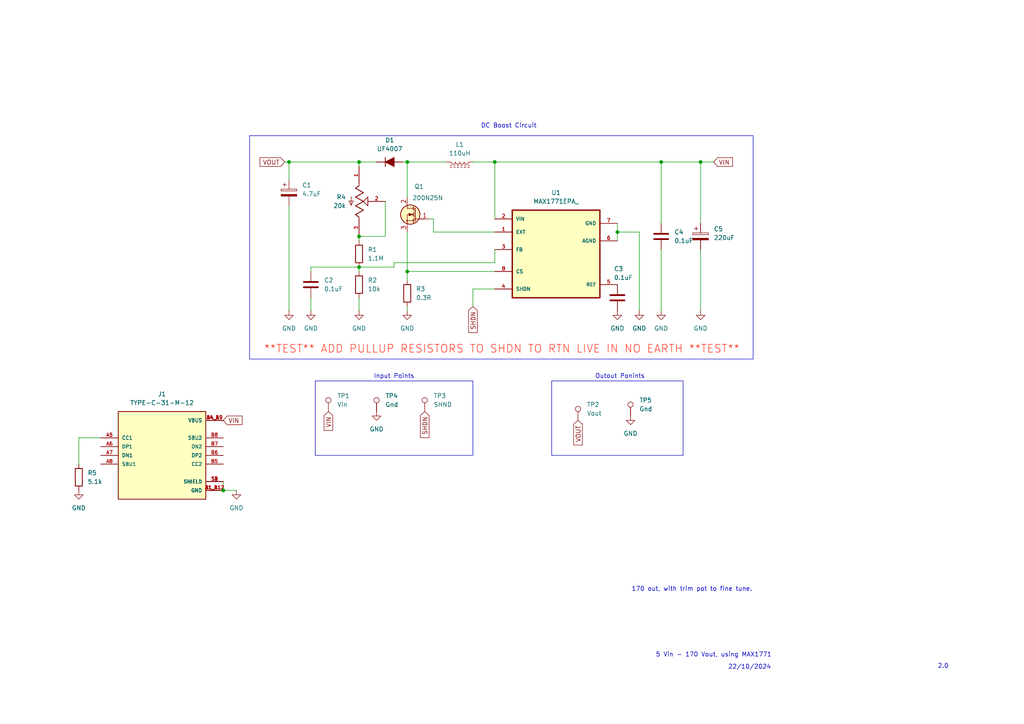
<source format=kicad_sch>
(kicad_sch (version 20231120) (generator "eeschema") (generator_version "8.0")
  (paper "A4")
  (lib_symbols
    (symbol "Connector:TestPoint" (pin_numbers hide) (pin_names (offset 0.762) hide)
      (property "Reference" "TP" (at 0 6.858 0))
      (property "Value" "TestPoint" (at 0 5.08 0))
      (symbol "TestPoint_0_1"
        (circle (center 0 3.302) (radius 0.762))
      )
      (symbol "TestPoint_1_1"
        (pin passive line (at 0 0 90) (length 2.54) (name "1") (number "1"))
      )
    )
    (symbol "Device:L_Ferrite" (pin_numbers hide) (pin_names (offset 1.016) hide)
      (property "Reference" "L" (at -1.27 0 90))
      (property "Value" "L_Ferrite" (at 2.794 0 90))
      (symbol "L_Ferrite_0_1"
        (arc (start 0 -2.54) (mid 0.6323 -1.905) (end 0 -1.27))
        (arc (start 0 -1.27) (mid 0.6323 -0.635) (end 0 0))
        (polyline (pts (xy 1.016 -2.794) (xy 1.016 -2.286)))
        (polyline (pts (xy 1.016 -1.778) (xy 1.016 -1.27)))
        (polyline (pts (xy 1.016 -0.762) (xy 1.016 -0.254)))
        (polyline (pts (xy 1.016 0.254) (xy 1.016 0.762)))
        (polyline (pts (xy 1.016 1.27) (xy 1.016 1.778)))
        (polyline (pts (xy 1.016 2.286) (xy 1.016 2.794)))
        (polyline (pts (xy 1.524 -2.286) (xy 1.524 -2.794)))
        (polyline (pts (xy 1.524 -1.27) (xy 1.524 -1.778)))
        (polyline (pts (xy 1.524 -0.254) (xy 1.524 -0.762)))
        (polyline (pts (xy 1.524 0.762) (xy 1.524 0.254)))
        (polyline (pts (xy 1.524 1.778) (xy 1.524 1.27)))
        (polyline (pts (xy 1.524 2.794) (xy 1.524 2.286)))
        (arc (start 0 0) (mid 0.6323 0.635) (end 0 1.27))
        (arc (start 0 1.27) (mid 0.6323 1.905) (end 0 2.54))
      )
      (symbol "L_Ferrite_1_1"
        (pin passive line (at 0 3.81 270) (length 1.27) (name "1") (number "1"))
        (pin passive line (at 0 -3.81 90) (length 1.27) (name "2") (number "2"))
      )
    )
    (symbol "Device:R" (pin_numbers hide) (pin_names (offset 0))
      (property "Reference" "R" (at 2.032 0 90))
      (property "Value" "R" (at 0 0 90))
      (symbol "R_0_1"
        (rectangle (start -1.016 -2.54) (end 1.016 2.54) (stroke (width 0.254)))
      )
      (symbol "R_1_1"
        (pin passive line (at 0 3.81 270) (length 1.27) (name "~") (number "1"))
        (pin passive line (at 0 -3.81 90) (length 1.27) (name "~") (number "2"))
      )
    )
    (symbol "MAX1771EPA_:MAX1771EPA_" (pin_names (offset 1.016))
      (property "Reference" "U2" (at 0 17.78 0))
      (property "Value" "MAX1771EPA_" (at 0 15.24 0))
      (symbol "MAX1771EPA__0_0"
        (rectangle (start -12.7 12.7) (end 12.7 -12.7) (stroke (width 0.41)) (fill (type background)))
      )
      (symbol "MAX1771EPA__1_0"
        (pin output line (at -17.78 6.35 0) (length 5.08) (name "EXT") (number "1"))
        (pin output line (at -17.78 10.16 0) (length 5.08) (name "VIN") (number "2"))
        (pin output line (at -17.78 1.27 0) (length 5.08) (name "FB") (number "3"))
        (pin output line (at -17.78 -10.16 0) (length 5.08) (name "SHDN") (number "4"))
        (pin output line (at 17.78 -8.89 180) (length 5.08) (name "REF") (number "5"))
        (pin output line (at 17.78 3.81 180) (length 5.08) (name "AGND") (number "6"))
        (pin output line (at 17.78 8.89 180) (length 5.08) (name "GND") (number "7"))
        (pin output line (at -17.78 -5.08 0) (length 5.08) (name "CS") (number "8"))
      )
    )
    (symbol "PCM_Capacitor_AKL:CP_Radial_D10.0mm_P5.00mm" (pin_numbers hide) (pin_names (offset 0.254))
      (property "Reference" "C" (at 0.635 2.54 0))
      (property "Value" "CP_Radial_D10.0mm_P5.00mm" (at 0.635 -2.54 0))
      (symbol "CP_Radial_D10.0mm_P5.00mm_0_1"
        (rectangle (start -2.286 1.016) (end 2.286 0.508))
        (polyline (pts (xy -1.778 2.286) (xy -0.762 2.286)))
        (polyline (pts (xy -1.27 2.794) (xy -1.27 1.778)))
        (rectangle (start 2.286 -0.508) (end -2.286 -1.016) (fill (type outline)))
      )
      (symbol "CP_Radial_D10.0mm_P5.00mm_0_2"
        (polyline (pts (xy -2.54 -2.54) (xy -0.6604 -0.6604)))
        (polyline (pts (xy 0 2.032) (xy 1.016 2.032)))
        (polyline (pts (xy 0.508 2.54) (xy 0.508 1.524)))
        (polyline (pts (xy 0.6604 0.6604) (xy 2.54 2.54)))
        (polyline (pts (xy -1.8796 0.6096) (xy 0.6096 -1.8796) (xy 0.9652 -1.524) (xy -1.524 0.9652) (xy -1.8796 0.6096)) (fill (type outline)))
        (polyline (pts (xy -0.9652 1.524) (xy 1.524 -0.9652) (xy 1.8796 -0.6096) (xy -0.6096 1.8796) (xy -0.9652 1.524)))
      )
      (symbol "CP_Radial_D10.0mm_P5.00mm_1_1"
        (pin passive line (at 0 3.81 270) (length 2.794) (name "~") (number "1"))
        (pin passive line (at 0 -3.81 90) (length 2.794) (name "~") (number "2"))
      )
      (symbol "CP_Radial_D10.0mm_P5.00mm_1_2"
        (pin passive line (at 2.54 2.54 270) (length 0) (name "~") (number "1"))
        (pin passive line (at -2.54 -2.54 90) (length 0) (name "~") (number "2"))
      )
    )
    (symbol "PCM_Capacitor_AKL:C_0805" (pin_numbers hide) (pin_names (offset 0.254))
      (property "Reference" "C" (at 0.635 2.54 0))
      (property "Value" "C_0805" (at 0.635 -2.54 0))
      (symbol "C_0805_0_1"
        (polyline (pts (xy -2.032 -0.762) (xy 2.032 -0.762)) (stroke (width 0.508)))
        (polyline (pts (xy -2.032 0.762) (xy 2.032 0.762)) (stroke (width 0.508)))
      )
      (symbol "C_0805_0_2"
        (polyline (pts (xy -2.54 -2.54) (xy -0.381 -0.381)))
        (polyline (pts (xy -0.508 -0.508) (xy -1.651 0.635)) (stroke (width 0.508)))
        (polyline (pts (xy -0.508 -0.508) (xy 0.635 -1.651)) (stroke (width 0.508)))
        (polyline (pts (xy 0.381 0.381) (xy 2.54 2.54)))
        (polyline (pts (xy 0.508 0.508) (xy -0.635 1.651)) (stroke (width 0.508)))
        (polyline (pts (xy 0.508 0.508) (xy 1.651 -0.635)) (stroke (width 0.508)))
      )
      (symbol "C_0805_1_1"
        (pin passive line (at 0 3.81 270) (length 2.794) (name "~") (number "1"))
        (pin passive line (at 0 -3.81 90) (length 2.794) (name "~") (number "2"))
      )
      (symbol "C_0805_1_2"
        (pin passive line (at 2.54 2.54 270) (length 0) (name "~") (number "1"))
        (pin passive line (at -2.54 -2.54 90) (length 0) (name "~") (number "2"))
      )
    )
    (symbol "PCM_Diode_AKL:UF4007" (pin_numbers hide) (pin_names (offset 1.016) hide)
      (property "Reference" "D" (at 0 5.08 0))
      (property "Value" "UF4007" (at 0 2.54 0))
      (symbol "UF4007_0_1"
        (polyline (pts (xy -1.27 0) (xy 1.27 0)))
        (polyline (pts (xy 1.27 1.27) (xy 1.27 -1.27)) (stroke (width 0.254)))
        (polyline (pts (xy -1.27 1.27) (xy -1.27 -1.27) (xy 1.27 0) (xy -1.27 1.27)) (stroke (width 0.254)) (fill (type outline)))
      )
      (symbol "UF4007_0_2"
        (polyline (pts (xy -2.54 -2.54) (xy 2.54 2.54)))
        (polyline (pts (xy 0 1.778) (xy 1.778 0)) (stroke (width 0.254)))
        (polyline (pts (xy -0.889 -0.889) (xy -1.778 0) (xy 0.889 0.889) (xy 0 -1.778) (xy -0.889 -0.889)) (stroke (width 0.254)) (fill (type outline)))
      )
      (symbol "UF4007_1_1"
        (pin passive line (at 3.81 0 180) (length 2.54) (name "K") (number "1"))
        (pin passive line (at -3.81 0 0) (length 2.54) (name "A") (number "2"))
      )
      (symbol "UF4007_1_2"
        (pin passive line (at 2.54 2.54 180) (length 0) (name "K") (number "1"))
        (pin passive line (at -2.54 -2.54 0) (length 0) (name "A") (number "2"))
      )
    )
    (symbol "PCM_Transistor_MOSFET_AKL:IRF640" (pin_names hide)
      (property "Reference" "Q" (at 5.08 1.27 0))
      (property "Value" "IRF640" (at 5.08 -1.27 0))
      (symbol "IRF640_0_1"
        (polyline (pts (xy 0.254 -1.27) (xy -2.54 -1.27)))
        (polyline (pts (xy 0.254 1.905) (xy 0.254 -1.905)) (stroke (width 0.254)))
        (polyline (pts (xy 0.762 -1.778) (xy 2.54 -1.778)))
        (polyline (pts (xy 0.762 -1.27) (xy 0.762 -2.286)) (stroke (width 0.254)))
        (polyline (pts (xy 0.762 0.508) (xy 0.762 -0.508)) (stroke (width 0.254)))
        (polyline (pts (xy 0.762 2.286) (xy 0.762 1.27)) (stroke (width 0.254)))
        (polyline (pts (xy 2.54 1.778) (xy 0.762 1.778)))
        (polyline (pts (xy 2.54 2.54) (xy 2.54 1.778)))
        (polyline (pts (xy 2.54 -2.54) (xy 2.54 0) (xy 0.762 0)))
        (polyline (pts (xy 1.016 0) (xy 2.032 0.381) (xy 2.032 -0.381) (xy 1.016 0)) (fill (type outline)))
        (circle (center 1.651 0) (radius 2.794) (stroke (width 0.254)) (fill (type background)))
        (circle (center 2.54 -1.778) (radius 0.1778) (fill (type outline)))
      )
      (symbol "IRF640_1_1"
        (pin input line (at -3.81 -1.27 0) (length 2.54) (name "G") (number "1"))
        (pin passive line (at 2.54 5.08 270) (length 2.54) (name "D") (number "2"))
        (pin passive line (at 2.54 -5.08 90) (length 2.54) (name "S") (number "3"))
      )
    )
    (symbol "TYPE-C-31-M-12:TYPE-C-31-M-12" (pin_names (offset 1.016))
      (property "Reference" "J" (at -12.7 13.462 0))
      (property "Value" "TYPE-C-31-M-12" (at -12.7 -13.462 0))
      (symbol "TYPE-C-31-M-12_0_0"
        (rectangle (start -12.7 -12.7) (end 12.7 12.7) (stroke (width 0.254)) (fill (type background)))
        (pin power_in line (at 17.78 -10.16 180) (length 5.08) (name "GND") (number "A1_B12"))
        (pin power_in line (at 17.78 10.16 180) (length 5.08) (name "VBUS") (number "A4_B9"))
        (pin bidirectional line (at -17.78 5.08 0) (length 5.08) (name "CC1") (number "A5"))
        (pin bidirectional line (at -17.78 2.54 0) (length 5.08) (name "DP1") (number "A6"))
        (pin bidirectional line (at -17.78 0 0) (length 5.08) (name "DN1") (number "A7"))
        (pin bidirectional line (at -17.78 -2.54 0) (length 5.08) (name "SBU1") (number "A8"))
        (pin power_in line (at 17.78 -10.16 180) (length 5.08) (name "GND") (number "B1_A12"))
        (pin power_in line (at 17.78 10.16 180) (length 5.08) (name "VBUS") (number "B4_A9"))
        (pin bidirectional line (at 17.78 -2.54 180) (length 5.08) (name "CC2") (number "B5"))
        (pin bidirectional line (at 17.78 0 180) (length 5.08) (name "DP2") (number "B6"))
        (pin bidirectional line (at 17.78 2.54 180) (length 5.08) (name "DN2") (number "B7"))
        (pin bidirectional line (at 17.78 5.08 180) (length 5.08) (name "SBU2") (number "B8"))
        (pin passive line (at 17.78 -7.62 180) (length 5.08) (name "SHIELD") (number "S1"))
        (pin passive line (at 17.78 -7.62 180) (length 5.08) (name "SHIELD") (number "S2"))
        (pin passive line (at 17.78 -7.62 180) (length 5.08) (name "SHIELD") (number "S3"))
        (pin passive line (at 17.78 -7.62 180) (length 5.08) (name "SHIELD") (number "S4"))
      )
    )
    (symbol "Trim Pot (TC33X-2-302E):TC33X-2-302E" (pin_names (offset 1.016))
      (property "Reference" "R" (at 3.0511 3.8139 0))
      (property "Value" "TC33X-2-302E" (at 2.5421 -5.0842 0))
      (symbol "TC33X-2-302E_0_0"
        (polyline (pts (xy -4.572 0) (xy -5.08 0)) (stroke (width 0.1524)))
        (polyline (pts (xy -3.81 -1.016) (xy -4.572 0)) (stroke (width 0.254)))
        (polyline (pts (xy -2.54 1.27) (xy -3.81 -1.016)) (stroke (width 0.254)))
        (polyline (pts (xy -1.397 -2.286) (xy 1.143 -2.286)) (stroke (width 0.1524)))
        (polyline (pts (xy -1.27 -1.016) (xy -2.54 1.27)) (stroke (width 0.254)))
        (polyline (pts (xy -1.27 2.54) (xy 1.27 2.54)) (stroke (width 0.2032)))
        (polyline (pts (xy -0.127 -2.921) (xy -0.127 -1.651)) (stroke (width 0.1524)))
        (polyline (pts (xy -0.127 -1.651) (xy 1.143 -2.286)) (stroke (width 0.1524)))
        (polyline (pts (xy 0 1.27) (xy -1.27 -1.016)) (stroke (width 0.254)))
        (polyline (pts (xy 0 1.27) (xy -1.27 2.54)) (stroke (width 0.2032)))
        (polyline (pts (xy 1.143 -2.286) (xy -0.127 -2.921)) (stroke (width 0.1524)))
        (polyline (pts (xy 1.27 -1.016) (xy 0 1.27)) (stroke (width 0.254)))
        (polyline (pts (xy 1.27 2.54) (xy 0 1.27)) (stroke (width 0.2032)))
        (polyline (pts (xy 2.54 1.27) (xy 1.27 -1.016)) (stroke (width 0.254)))
        (polyline (pts (xy 3.81 -1.016) (xy 2.54 1.27)) (stroke (width 0.254)))
        (polyline (pts (xy 4.572 0) (xy 3.81 -1.016)) (stroke (width 0.254)))
        (polyline (pts (xy 5.08 0) (xy 4.572 0)) (stroke (width 0.1524)))
        (pin passive line (at -10.16 0 0) (length 5.08) (name "~") (number "1"))
        (pin passive line (at 0 7.62 270) (length 5.08) (name "~") (number "2"))
        (pin passive line (at 10.16 0 180) (length 5.08) (name "~") (number "3"))
      )
    )
    (symbol "power:GND" (power) (pin_numbers hide) (pin_names (offset 0) hide)
      (property "Value" "GND" (at 0 -3.81 0))
      (symbol "GND_0_1"
        (polyline (pts (xy 0 0) (xy 0 -1.27) (xy 1.27 -1.27) (xy 0 -2.54) (xy -1.27 -1.27) (xy 0 -1.27)))
      )
      (symbol "GND_1_1"
        (pin power_in line (at 0 0 270) (length 0) (name "~") (number "1"))
      )
    )
  )
  (junction (at 143.51 46.99))
  (junction (at 64.77 142.24))
  (junction (at 191.77 46.99))
  (junction (at 104.14 77.47))
  (junction (at 118.11 46.99))
  (junction (at 104.14 46.99))
  (junction (at 83.82 46.99))
  (junction (at 104.14 68.58))
  (junction (at 118.11 78.74))
  (junction (at 179.07 67.31))
  (junction (at 203.2 46.99))
  (wire (pts (xy 143.51 76.2) (xy 114.3 76.2)))
  (wire (pts (xy 114.3 77.47) (xy 104.14 77.47)))
  (wire (pts (xy 90.17 78.74) (xy 90.17 77.47)))
  (wire (pts (xy 203.2 64.77) (xy 203.2 46.99)))
  (wire (pts (xy 22.86 127) (xy 29.21 127)))
  (wire (pts (xy 179.07 67.31) (xy 179.07 69.85)))
  (wire (pts (xy 104.14 68.58) (xy 104.14 69.85)))
  (wire (pts (xy 143.51 67.31) (xy 125.73 67.31)))
  (wire (pts (xy 203.2 72.39) (xy 203.2 90.17)))
  (wire (pts (xy 143.51 78.74) (xy 118.11 78.74)))
  (wire (pts (xy 185.42 67.31) (xy 179.07 67.31)))
  (wire (pts (xy 104.14 48.26) (xy 104.14 46.99)))
  (wire (pts (xy 125.73 63.5) (xy 124.46 63.5)))
  (wire (pts (xy 118.11 90.17) (xy 118.11 88.9)))
  (wire (pts (xy 83.82 52.07) (xy 83.82 46.99)))
  (wire (pts (xy 90.17 86.36) (xy 90.17 90.17)))
  (wire (pts (xy 114.3 76.2) (xy 114.3 77.47)))
  (wire (pts (xy 143.51 83.82) (xy 137.16 83.82)))
  (wire (pts (xy 143.51 76.2) (xy 143.51 72.39)))
  (wire (pts (xy 125.73 67.31) (xy 125.73 63.5)))
  (wire (pts (xy 104.14 77.47) (xy 104.14 78.74)))
  (wire (pts (xy 191.77 64.77) (xy 191.77 46.99)))
  (wire (pts (xy 185.42 90.17) (xy 185.42 67.31)))
  (wire (pts (xy 83.82 59.69) (xy 83.82 90.17)))
  (wire (pts (xy 137.16 46.99) (xy 143.51 46.99)))
  (wire (pts (xy 143.51 46.99) (xy 191.77 46.99)))
  (wire (pts (xy 104.14 86.36) (xy 104.14 90.17)))
  (wire (pts (xy 64.77 139.7) (xy 64.77 142.24)))
  (wire (pts (xy 118.11 81.28) (xy 118.11 78.74)))
  (wire (pts (xy 191.77 46.99) (xy 203.2 46.99)))
  (wire (pts (xy 104.14 46.99) (xy 109.22 46.99)))
  (wire (pts (xy 22.86 134.62) (xy 22.86 127)))
  (wire (pts (xy 111.76 58.42) (xy 111.76 68.58)))
  (wire (pts (xy 118.11 67.31) (xy 118.11 78.74)))
  (wire (pts (xy 118.11 46.99) (xy 129.54 46.99)))
  (wire (pts (xy 179.07 64.77) (xy 179.07 67.31)))
  (wire (pts (xy 143.51 63.5) (xy 143.51 46.99)))
  (wire (pts (xy 83.82 46.99) (xy 104.14 46.99)))
  (wire (pts (xy 118.11 57.15) (xy 118.11 46.99)))
  (wire (pts (xy 90.17 77.47) (xy 104.14 77.47)))
  (wire (pts (xy 137.16 83.82) (xy 137.16 88.9)))
  (wire (pts (xy 191.77 90.17) (xy 191.77 72.39)))
  (wire (pts (xy 82.55 46.99) (xy 83.82 46.99)))
  (wire (pts (xy 111.76 68.58) (xy 104.14 68.58)))
  (wire (pts (xy 116.84 46.99) (xy 118.11 46.99)))
  (wire (pts (xy 207.01 46.99) (xy 203.2 46.99)))
  (wire (pts (xy 68.58 142.24) (xy 64.77 142.24)))
  (rectangle (start 72.39 39.37) (end 218.44 104.14))
  (rectangle (start 160.02 110.49) (end 198.12 132.08))
  (rectangle (start 91.44 110.49) (end 137.16 132.08))
  (text "170 out, with trim pot to fine tune. " (at 201.168 170.942 0) (effects (font (size 1.27 1.27))))
  (text "2.0\n" (at 273.558 193.294 0) (effects (font (size 1.27 1.27))))
  (text "Input Points" (at 114.3 109.22 0) (effects (font (size 1.27 1.27))))
  (text "DC Boost Circuit" (at 147.574 36.576 0) (effects (font (size 1.27 1.27))))
  (text "Outout Ponints" (at 179.832 109.22 0) (effects (font (size 1.27 1.27))))
  (text "5 Vin - 170 Vout, using MAX1771\n" (at 207.01 189.992 0) (effects (font (size 1.27 1.27))))
  (text "22/10/2024" (at 217.424 193.548 0) (effects (font (size 1.27 1.27))))
  (text "**TEST** ADD PULLUP RESISTORS TO SHDN TO RTN LIVE IN NO EARTH **TEST**\n" (at 145.542 101.346 0) (effects (font (size 2.286 2.286))))
  (global_label "VIN" (shape input) (at 64.77 121.92 0) (property "Intersheetrefs" "${INTERSHEET_REFS}" (effects (hide yes))))
  (global_label "VOUT" (shape input) (at 167.64 121.92 270) (property "Intersheetrefs" "${INTERSHEET_REFS}" (effects (hide yes))))
  (global_label "VIN" (shape input) (at 95.25 119.38 270) (property "Intersheetrefs" "${INTERSHEET_REFS}" (effects (hide yes))))
  (global_label "SHDN" (shape input) (at 123.19 119.38 270) (property "Intersheetrefs" "${INTERSHEET_REFS}" (effects (hide yes))))
  (global_label "SHDN" (shape input) (at 137.16 88.9 270) (property "Intersheetrefs" "${INTERSHEET_REFS}" (effects (hide yes))))
  (global_label "VIN" (shape input) (at 207.01 46.99 0) (property "Intersheetrefs" "${INTERSHEET_REFS}" (effects (hide yes))))
  (global_label "VOUT" (shape input) (at 82.55 46.99 180) (property "Intersheetrefs" "${INTERSHEET_REFS}" (effects (hide yes))))
  (symbol (lib_id "power:GND") (at 182.88 120.65 0) (unit 1)
    (property "Reference" "#PWR010" (effects (hide yes)))
    (property "Value" "GND" (at 182.88 125.73 0))
    (property "Description" "Power symbol creates a global label with name \"GND\" , ground" (effects (hide yes)))
  )
  (symbol (lib_id "power:GND") (at 22.86 142.24 0) (unit 1)
    (property "Reference" "#PWR012" (effects (hide yes)))
    (property "Value" "GND" (at 22.86 147.32 0))
    (property "Description" "Power symbol creates a global label with name \"GND\" , ground" (effects (hide yes)))
  )
  (symbol (lib_id "Connector:TestPoint") (at 109.22 119.38 0) (unit 1)
    (property "Reference" "TP4" (at 111.76 114.8079 0) (effects (justify left)))
    (property "Value" "Gnd" (at 111.76 117.3479 0) (effects (justify left)))
    (property "Footprint" "Connector_PinHeader_1.00mm:PinHeader_1x01_P1.00mm_Vertical" (effects (hide yes)))
    (property "Description" "test point" (effects (hide yes)))
  )
  (symbol (lib_id "power:GND") (at 68.58 142.24 0) (unit 1)
    (property "Reference" "#PWR011" (effects (hide yes)))
    (property "Value" "GND" (at 68.58 147.32 0))
    (property "Description" "Power symbol creates a global label with name \"GND\" , ground" (effects (hide yes)))
  )
  (symbol (lib_id "PCM_Transistor_MOSFET_AKL:IRF640") (at 120.65 62.23 0) (mirror y) (unit 1)
    (property "Reference" "Q1" (at 122.936 54.102 0) (effects (justify left)))
    (property "Value" "200N25N" (at 128.524 57.404 0) (effects (justify left)))
    (property "Footprint" "PCM_Package_TO_SOT_THT_AKL:TO-220-3_Vertical_GDS" (effects (hide yes)))
    (property "Datasheet" "https://www.tme.eu/Document/5b02d89445db0cd125a3a98f98b3f499/IRF640PBF.pdf" (effects (hide yes)))
    (property "Description" "TO-220 N-MOSFET enchancement mode transistor, 200V, 18A, 125W, Alternate KiCAD Library" (effects (hide yes)))
  )
  (symbol (lib_id "Device:R") (at 118.11 85.09 0) (unit 1)
    (property "Reference" "R3" (at 120.65 83.8199 0) (effects (justify left)))
    (property "Value" "0.3R" (at 120.65 86.3599 0) (effects (justify left)))
    (property "Footprint" "Resistor_SMD:R_1206_3216Metric_Pad1.30x1.75mm_HandSolder" (effects (hide yes)))
    (property "Description" "Resistor" (effects (hide yes)))
  )
  (symbol (lib_id "power:GND") (at 203.2 90.17 0) (unit 1)
    (property "Reference" "#PWR08" (effects (hide yes)))
    (property "Value" "GND" (at 203.2 95.25 0))
    (property "Description" "Power symbol creates a global label with name \"GND\" , ground" (effects (hide yes)))
  )
  (symbol (lib_id "PCM_Diode_AKL:UF4007") (at 113.03 46.99 180) (unit 1)
    (property "Reference" "D1" (at 113.03 40.64 0))
    (property "Value" "UF4007" (at 113.03 43.18 0))
    (property "Footprint" "PCM_Diode_THT_AKL:D_DO-41_SOD81_P10.16mm_Horizontal" (effects (hide yes)))
    (property "Datasheet" "https://www.tme.eu/Document/21b076f52097b84d01d00a07072ed50d/uf4001.pdf" (effects (hide yes)))
    (property "Description" "DO-41 Diode, Ultrafast Rectifier, 1000V, 1A, 75ns, Alternate KiCad Library" (effects (hide yes)))
  )
  (symbol (lib_id "Device:L_Ferrite") (at 133.35 46.99 270) (unit 1)
    (property "Reference" "L1" (at 133.35 41.91 90))
    (property "Value" "110uH" (at 133.35 44.45 90))
    (property "Footprint" "Inductor_SMD:L_Wuerth_HCI-1335" (effects (hide yes)))
    (property "Description" "Inductor with ferrite core" (effects (hide yes)))
    (property "Field5" "https://www.digikey.co.uk/en/products/detail/bourns-inc./SRR1280-101M/2127046?utm_adgroup=General&utm_source=google&utm_medium=cpc&utm_campaign=PMax%20Shopping_Product_Zombie%20SKUs&utm_term=&productid=2127046&utm_content=General&utm_id=go_cmp-17923835716_adg-_ad-__dev-c_ext-_prd-2127046_sig-Cj0KCQjwmt24BhDPARIsAJFYKk2sjTLdbjpP4Nc4HA8DP9B9_A7gIcFAMewWXTjL2nu11y68m3Tgm6UaAtpAEALw_wcB&gad_source=1&gclid=Cj0KCQjwmt24BhDPARIsAJFYKk2sjTLdbjpP4Nc4HA8DP9B9_A7gIcFAMewWXTjL2nu11y68m3Tgm6UaAtpAEALw_wcB" (effects (hide yes)))
  )
  (symbol (lib_id "Connector:TestPoint") (at 95.25 119.38 0) (unit 1)
    (property "Reference" "TP1" (at 97.79 114.8079 0) (effects (justify left)))
    (property "Value" "Vin" (at 97.79 117.3479 0) (effects (justify left)))
    (property "Footprint" "Connector_PinHeader_1.00mm:PinHeader_1x01_P1.00mm_Vertical" (effects (hide yes)))
    (property "Description" "test point" (effects (hide yes)))
  )
  (symbol (lib_id "power:GND") (at 104.14 90.17 0) (unit 1)
    (property "Reference" "#PWR03" (effects (hide yes)))
    (property "Value" "GND" (at 104.14 95.25 0))
    (property "Description" "Power symbol creates a global label with name \"GND\" , ground" (effects (hide yes)))
  )
  (symbol (lib_id "power:GND") (at 191.77 90.17 0) (unit 1)
    (property "Reference" "#PWR07" (effects (hide yes)))
    (property "Value" "GND" (at 191.77 95.25 0))
    (property "Description" "Power symbol creates a global label with name \"GND\" , ground" (effects (hide yes)))
  )
  (symbol (lib_id "PCM_Capacitor_AKL:C_0805") (at 191.77 68.58 0) (unit 1)
    (property "Reference" "C4" (at 195.58 67.3099 0) (effects (justify left)))
    (property "Value" "0.1uF" (at 195.58 69.8499 0) (effects (justify left)))
    (property "Footprint" "PCM_Capacitor_SMD_AKL:C_1206_3216Metric_Pad1.42x1.75mm_HandSolder" (effects (hide yes)))
    (property "Description" "SMD 0805 MLCC capacitor, Alternate KiCad Library" (effects (hide yes)))
  )
  (symbol (lib_id "power:GND") (at 83.82 90.17 0) (unit 1)
    (property "Reference" "#PWR01" (effects (hide yes)))
    (property "Value" "GND" (at 83.82 95.25 0))
    (property "Description" "Power symbol creates a global label with name \"GND\" , ground" (effects (hide yes)))
  )
  (symbol (lib_id "Device:R") (at 22.86 138.43 0) (unit 1)
    (property "Reference" "R5" (at 25.4 137.1599 0) (effects (justify left)))
    (property "Value" "5.1k" (at 25.4 139.6999 0) (effects (justify left)))
    (property "Footprint" "Resistor_SMD:R_1206_3216Metric_Pad1.30x1.75mm_HandSolder" (effects (hide yes)))
    (property "Description" "Resistor" (effects (hide yes)))
  )
  (symbol (lib_id "PCM_Capacitor_AKL:C_0805") (at 179.07 86.36 0) (unit 1)
    (property "Reference" "C3" (at 178.054 77.978 0) (effects (justify left)))
    (property "Value" "0.1uF" (at 178.054 80.518 0) (effects (justify left)))
    (property "Footprint" "PCM_Capacitor_SMD_AKL:C_1206_3216Metric_Pad1.42x1.75mm_HandSolder" (effects (hide yes)))
    (property "Description" "SMD 0805 MLCC capacitor, Alternate KiCad Library" (effects (hide yes)))
  )
  (symbol (lib_id "power:GND") (at 185.42 90.17 0) (unit 1)
    (property "Reference" "#PWR06" (effects (hide yes)))
    (property "Value" "GND" (at 185.42 95.25 0))
    (property "Description" "Power symbol creates a global label with name \"GND\" , ground" (effects (hide yes)))
  )
  (symbol (lib_id "Connector:TestPoint") (at 167.64 121.92 0) (unit 1)
    (property "Reference" "TP2" (at 170.18 117.3479 0) (effects (justify left)))
    (property "Value" "Vout" (at 170.18 119.8879 0) (effects (justify left)))
    (property "Footprint" "Connector_PinHeader_1.00mm:PinHeader_1x01_P1.00mm_Vertical" (effects (hide yes)))
    (property "Description" "test point" (effects (hide yes)))
  )
  (symbol (lib_id "PCM_Capacitor_AKL:CP_Radial_D10.0mm_P5.00mm") (at 83.82 55.88 0) (unit 1)
    (property "Reference" "C1" (at 87.63 53.7209 0) (effects (justify left)))
    (property "Value" "4.7uF" (at 87.63 56.2609 0) (effects (justify left)))
    (property "Footprint" "Capacitor_THT:CP_Radial_D6.3mm_P2.50mm" (effects (hide yes)))
    (property "Description" "THT Electrolytic Capacitor, 10.0mm Diameter, 5.00mm Pitch, European Symbol, Alternate KiCad Library" (effects (hide yes)))
  )
  (symbol (lib_id "TYPE-C-31-M-12:TYPE-C-31-M-12") (at 46.99 132.08 0) (unit 1)
    (property "Reference" "J1" (at 46.99 114.3 0))
    (property "Value" "TYPE-C-31-M-12" (at 46.99 116.84 0))
    (property "Footprint" "TYPE-C-31-M-12:HRO_TYPE-C-31-M-12" (effects (hide yes)))
    (property "MF" "HRO Electronics Co., Ltd." (effects (hide yes)))
    (property "MAXIMUM_PACKAGE_HEIGHT" "3.26 mm" (effects (hide yes)))
    (property "Package" "Package" (effects (hide yes)))
    (property "Price" "None" (effects (hide yes)))
    (property "Check_prices" "https://www.snapeda.com/parts/TYPE-C-31-M-12/HRO+Electronics+Co.%252C+Ltd./view-part/?ref=eda" (effects (hide yes)))
    (property "STANDARD" "Manufacturer Recommendations" (effects (hide yes)))
    (property "PARTREV" "2020.12.08" (effects (hide yes)))
    (property "SnapEDA_Link" "https://www.snapeda.com/parts/TYPE-C-31-M-12/HRO+Electronics+Co.%252C+Ltd./view-part/?ref=snap" (effects (hide yes)))
    (property "MP" "TYPE-C-31-M-12" (effects (hide yes)))
    (property "Description_1" "\nUSB Connectors 24 Receptacle 1 8.94*7.3mm RoHS\n" (effects (hide yes)))
    (property "SNAPEDA_PN" "TYPE-C-31-M-12" (effects (hide yes)))
    (property "Availability" "Not in stock" (effects (hide yes)))
    (property "MANUFACTURER" "HRO Electronics Co., Ltd." (effects (hide yes)))
  )
  (symbol (lib_id "Device:R") (at 104.14 73.66 0) (unit 1)
    (property "Reference" "R1" (at 106.68 72.3899 0) (effects (justify left)))
    (property "Value" "1.1M" (at 106.68 74.9299 0) (effects (justify left)))
    (property "Footprint" "Resistor_SMD:R_1206_3216Metric_Pad1.30x1.75mm_HandSolder" (effects (hide yes)))
    (property "Description" "Resistor" (effects (hide yes)))
  )
  (symbol (lib_id "power:GND") (at 90.17 90.17 0) (unit 1)
    (property "Reference" "#PWR02" (effects (hide yes)))
    (property "Value" "GND" (at 90.17 95.25 0))
    (property "Description" "Power symbol creates a global label with name \"GND\" , ground" (effects (hide yes)))
  )
  (symbol (lib_id "PCM_Capacitor_AKL:C_0805") (at 90.17 82.55 0) (unit 1)
    (property "Reference" "C2" (at 93.98 81.2799 0) (effects (justify left)))
    (property "Value" "0.1uF" (at 93.98 83.8199 0) (effects (justify left)))
    (property "Footprint" "PCM_Capacitor_SMD_AKL:C_1206_3216Metric_Pad1.42x1.75mm_HandSolder" (effects (hide yes)))
    (property "Description" "SMD 0805 MLCC capacitor, Alternate KiCad Library" (effects (hide yes)))
  )
  (symbol (lib_id "Device:R") (at 104.14 82.55 0) (unit 1)
    (property "Reference" "R2" (at 106.68 81.2799 0) (effects (justify left)))
    (property "Value" "10k" (at 106.68 83.8199 0) (effects (justify left)))
    (property "Footprint" "Resistor_SMD:R_1206_3216Metric_Pad1.30x1.75mm_HandSolder" (effects (hide yes)))
    (property "Description" "Resistor" (effects (hide yes)))
  )
  (symbol (lib_id "MAX1771EPA_:MAX1771EPA_") (at 161.29 73.66 0) (unit 1)
    (property "Reference" "U1" (at 161.29 55.88 0))
    (property "Value" "MAX1771EPA_" (at 161.29 58.42 0))
    (property "Footprint" "MAX1771EPA_:DIP794W47P254L991H457Q8" (effects (hide yes)))
    (property "MF" "Analog Devices" (effects (hide yes)))
    (property "Description_1" "\n12V or Adjustable, High-Efficiency, Low IQ, Step-Up DC-DC Controller\n" (effects (hide yes)))
    (property "Package" "PDIP-8 Maxim" (effects (hide yes)))
    (property "Price" "None" (effects (hide yes)))
    (property "Check_prices" "https://www.snapeda.com/parts/MAX1771EPA+/Analog+Devices/view-part/?ref=eda" (effects (hide yes)))
    (property "SnapEDA_Link" "https://www.snapeda.com/parts/MAX1771EPA+/Analog+Devices/view-part/?ref=snap" (effects (hide yes)))
    (property "MP" "MAX1771EPA+" (effects (hide yes)))
    (property "Availability" "In Stock" (effects (hide yes)))
    (property "Manufacturer" "Maxim Integrated" (effects (hide yes)))
  )
  (symbol (lib_id "Trim Pot (TC33X-2-302E):TC33X-2-302E") (at 104.14 58.42 270) (unit 1)
    (property "Reference" "R4" (at 100.33 57.1499 90) (effects (justify right)))
    (property "Value" "20k" (at 100.33 59.6899 90) (effects (justify right)))
    (property "Footprint" "TC33X-2-302E:TRIM_TC33X-2-302E" (effects (hide yes)))
    (property "MF" "Bourns" (effects (hide yes)))
    (property "DESCRIPTION" "Res Trimmer 100K Ohm 25% 1/10W 1_Elec_/1_Mech_Turn _3 X 3.8mm_ Foot Print SMD Embossed T/R" (effects (hide yes)))
    (property "PACKAGE" "Bourns" (effects (hide yes)))
    (property "PRICE" "None" (effects (hide yes)))
    (property "Package" "1608 Bourns" (effects (hide yes)))
    (property "Check_prices" "https://www.snapeda.com/parts/TC33X-2-302E/Bourns/view-part/?ref=eda" (effects (hide yes)))
    (property "Price" "None" (effects (hide yes)))
    (property "SnapEDA_Link" "https://www.snapeda.com/parts/TC33X-2-302E/Bourns/view-part/?ref=snap" (effects (hide yes)))
    (property "MP" "TC33X-2-302E" (effects (hide yes)))
    (property "Availability" "In Stock" (effects (hide yes)))
    (property "AVAILABILITY" "Unavailable" (effects (hide yes)))
    (property "Description_1" "\n3 kOhms 0.1W, 1/10W J Lead Surface Mount Trimmer Potentiometer Cermet 1.0 Turn Top Adjustment\n" (effects (hide yes)))
  )
  (symbol (lib_id "power:GND") (at 118.11 90.17 0) (unit 1)
    (property "Reference" "#PWR04" (effects (hide yes)))
    (property "Value" "GND" (at 118.11 95.25 0))
    (property "Description" "Power symbol creates a global label with name \"GND\" , ground" (effects (hide yes)))
  )
  (symbol (lib_id "power:GND") (at 179.07 90.17 0) (unit 1)
    (property "Reference" "#PWR05" (effects (hide yes)))
    (property "Value" "GND" (at 179.07 95.25 0))
    (property "Description" "Power symbol creates a global label with name \"GND\" , ground" (effects (hide yes)))
  )
  (symbol (lib_id "Connector:TestPoint") (at 123.19 119.38 0) (unit 1)
    (property "Reference" "TP3" (at 125.73 114.8079 0) (effects (justify left)))
    (property "Value" "SHND" (at 125.73 117.3479 0) (effects (justify left)))
    (property "Footprint" "Connector_PinHeader_1.00mm:PinHeader_1x01_P1.00mm_Vertical" (effects (hide yes)))
    (property "Description" "test point" (effects (hide yes)))
  )
  (symbol (lib_id "PCM_Capacitor_AKL:CP_Radial_D10.0mm_P5.00mm") (at 203.2 68.58 0) (unit 1)
    (property "Reference" "C5" (at 207.01 66.4209 0) (effects (justify left)))
    (property "Value" "220uF" (at 207.01 68.9609 0) (effects (justify left)))
    (property "Footprint" "Capacitor_THT:CP_Radial_D6.3mm_P2.50mm" (effects (hide yes)))
    (property "Description" "THT Electrolytic Capacitor, 10.0mm Diameter, 5.00mm Pitch, European Symbol, Alternate KiCad Library" (effects (hide yes)))
  )
  (symbol (lib_id "power:GND") (at 109.22 119.38 0) (unit 1)
    (property "Reference" "#PWR09" (effects (hide yes)))
    (property "Value" "GND" (at 109.22 124.46 0))
    (property "Description" "Power symbol creates a global label with name \"GND\" , ground" (effects (hide yes)))
  )
  (symbol (lib_id "Connector:TestPoint") (at 182.88 120.65 0) (unit 1)
    (property "Reference" "TP5" (at 185.42 116.0779 0) (effects (justify left)))
    (property "Value" "Gnd" (at 185.42 118.6179 0) (effects (justify left)))
    (property "Footprint" "Connector_PinHeader_1.00mm:PinHeader_1x01_P1.00mm_Vertical" (effects (hide yes)))
    (property "Description" "test point" (effects (hide yes)))
  )
)
</source>
